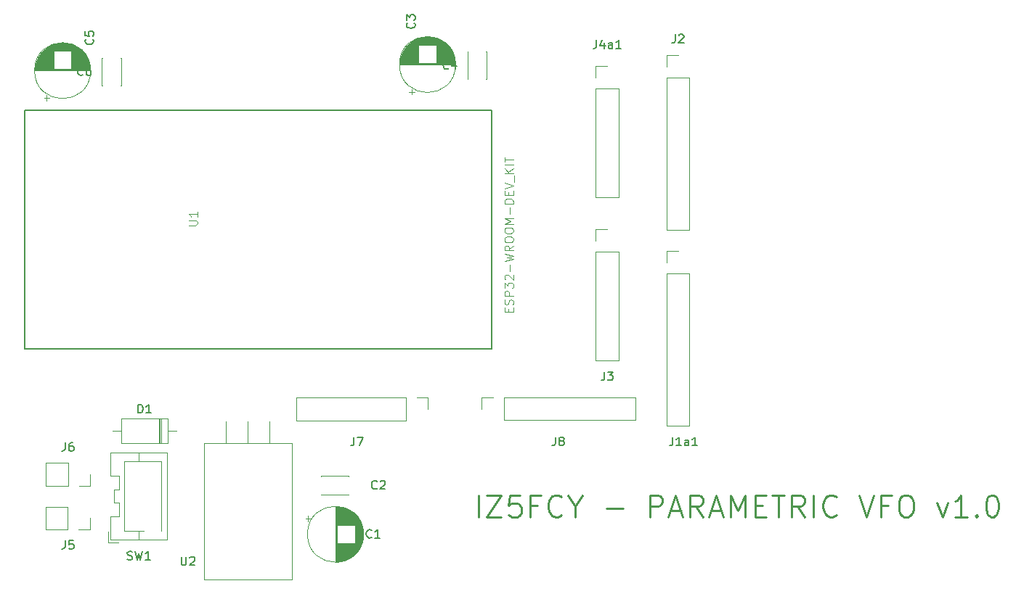
<source format=gbr>
%TF.GenerationSoftware,KiCad,Pcbnew,(6.0.5)*%
%TF.CreationDate,2022-11-30T16:24:04+01:00*%
%TF.ProjectId,Parametic VFO,50617261-6d65-4746-9963-2056464f2e6b,rev?*%
%TF.SameCoordinates,Original*%
%TF.FileFunction,Legend,Top*%
%TF.FilePolarity,Positive*%
%FSLAX46Y46*%
G04 Gerber Fmt 4.6, Leading zero omitted, Abs format (unit mm)*
G04 Created by KiCad (PCBNEW (6.0.5)) date 2022-11-30 16:24:04*
%MOMM*%
%LPD*%
G01*
G04 APERTURE LIST*
%ADD10C,0.254000*%
%ADD11C,0.150000*%
%ADD12C,0.050000*%
%ADD13C,0.120000*%
%ADD14C,0.127000*%
G04 APERTURE END LIST*
D10*
X136131904Y-104654047D02*
X136131904Y-102114047D01*
X137099523Y-102114047D02*
X138792857Y-102114047D01*
X137099523Y-104654047D01*
X138792857Y-104654047D01*
X140970000Y-102114047D02*
X139760476Y-102114047D01*
X139639523Y-103323571D01*
X139760476Y-103202619D01*
X140002380Y-103081666D01*
X140607142Y-103081666D01*
X140849047Y-103202619D01*
X140970000Y-103323571D01*
X141090952Y-103565476D01*
X141090952Y-104170238D01*
X140970000Y-104412142D01*
X140849047Y-104533095D01*
X140607142Y-104654047D01*
X140002380Y-104654047D01*
X139760476Y-104533095D01*
X139639523Y-104412142D01*
X143026190Y-103323571D02*
X142179523Y-103323571D01*
X142179523Y-104654047D02*
X142179523Y-102114047D01*
X143389047Y-102114047D01*
X145808095Y-104412142D02*
X145687142Y-104533095D01*
X145324285Y-104654047D01*
X145082380Y-104654047D01*
X144719523Y-104533095D01*
X144477619Y-104291190D01*
X144356666Y-104049285D01*
X144235714Y-103565476D01*
X144235714Y-103202619D01*
X144356666Y-102718809D01*
X144477619Y-102476904D01*
X144719523Y-102235000D01*
X145082380Y-102114047D01*
X145324285Y-102114047D01*
X145687142Y-102235000D01*
X145808095Y-102355952D01*
X147380476Y-103444523D02*
X147380476Y-104654047D01*
X146533809Y-102114047D02*
X147380476Y-103444523D01*
X148227142Y-102114047D01*
X151009047Y-103686428D02*
X152944285Y-103686428D01*
X156089047Y-104654047D02*
X156089047Y-102114047D01*
X157056666Y-102114047D01*
X157298571Y-102235000D01*
X157419523Y-102355952D01*
X157540476Y-102597857D01*
X157540476Y-102960714D01*
X157419523Y-103202619D01*
X157298571Y-103323571D01*
X157056666Y-103444523D01*
X156089047Y-103444523D01*
X158508095Y-103928333D02*
X159717619Y-103928333D01*
X158266190Y-104654047D02*
X159112857Y-102114047D01*
X159959523Y-104654047D01*
X162257619Y-104654047D02*
X161410952Y-103444523D01*
X160806190Y-104654047D02*
X160806190Y-102114047D01*
X161773809Y-102114047D01*
X162015714Y-102235000D01*
X162136666Y-102355952D01*
X162257619Y-102597857D01*
X162257619Y-102960714D01*
X162136666Y-103202619D01*
X162015714Y-103323571D01*
X161773809Y-103444523D01*
X160806190Y-103444523D01*
X163225238Y-103928333D02*
X164434761Y-103928333D01*
X162983333Y-104654047D02*
X163830000Y-102114047D01*
X164676666Y-104654047D01*
X165523333Y-104654047D02*
X165523333Y-102114047D01*
X166370000Y-103928333D01*
X167216666Y-102114047D01*
X167216666Y-104654047D01*
X168426190Y-103323571D02*
X169272857Y-103323571D01*
X169635714Y-104654047D02*
X168426190Y-104654047D01*
X168426190Y-102114047D01*
X169635714Y-102114047D01*
X170361428Y-102114047D02*
X171812857Y-102114047D01*
X171087142Y-104654047D02*
X171087142Y-102114047D01*
X174110952Y-104654047D02*
X173264285Y-103444523D01*
X172659523Y-104654047D02*
X172659523Y-102114047D01*
X173627142Y-102114047D01*
X173869047Y-102235000D01*
X173990000Y-102355952D01*
X174110952Y-102597857D01*
X174110952Y-102960714D01*
X173990000Y-103202619D01*
X173869047Y-103323571D01*
X173627142Y-103444523D01*
X172659523Y-103444523D01*
X175199523Y-104654047D02*
X175199523Y-102114047D01*
X177860476Y-104412142D02*
X177739523Y-104533095D01*
X177376666Y-104654047D01*
X177134761Y-104654047D01*
X176771904Y-104533095D01*
X176530000Y-104291190D01*
X176409047Y-104049285D01*
X176288095Y-103565476D01*
X176288095Y-103202619D01*
X176409047Y-102718809D01*
X176530000Y-102476904D01*
X176771904Y-102235000D01*
X177134761Y-102114047D01*
X177376666Y-102114047D01*
X177739523Y-102235000D01*
X177860476Y-102355952D01*
X180521428Y-102114047D02*
X181368095Y-104654047D01*
X182214761Y-102114047D01*
X183908095Y-103323571D02*
X183061428Y-103323571D01*
X183061428Y-104654047D02*
X183061428Y-102114047D01*
X184270952Y-102114047D01*
X185722380Y-102114047D02*
X186206190Y-102114047D01*
X186448095Y-102235000D01*
X186690000Y-102476904D01*
X186810952Y-102960714D01*
X186810952Y-103807380D01*
X186690000Y-104291190D01*
X186448095Y-104533095D01*
X186206190Y-104654047D01*
X185722380Y-104654047D01*
X185480476Y-104533095D01*
X185238571Y-104291190D01*
X185117619Y-103807380D01*
X185117619Y-102960714D01*
X185238571Y-102476904D01*
X185480476Y-102235000D01*
X185722380Y-102114047D01*
X189592857Y-102960714D02*
X190197619Y-104654047D01*
X190802380Y-102960714D01*
X193100476Y-104654047D02*
X191649047Y-104654047D01*
X192374761Y-104654047D02*
X192374761Y-102114047D01*
X192132857Y-102476904D01*
X191890952Y-102718809D01*
X191649047Y-102839761D01*
X194189047Y-104412142D02*
X194310000Y-104533095D01*
X194189047Y-104654047D01*
X194068095Y-104533095D01*
X194189047Y-104412142D01*
X194189047Y-104654047D01*
X195882380Y-102114047D02*
X196124285Y-102114047D01*
X196366190Y-102235000D01*
X196487142Y-102355952D01*
X196608095Y-102597857D01*
X196729047Y-103081666D01*
X196729047Y-103686428D01*
X196608095Y-104170238D01*
X196487142Y-104412142D01*
X196366190Y-104533095D01*
X196124285Y-104654047D01*
X195882380Y-104654047D01*
X195640476Y-104533095D01*
X195519523Y-104412142D01*
X195398571Y-104170238D01*
X195277619Y-103686428D01*
X195277619Y-103081666D01*
X195398571Y-102597857D01*
X195519523Y-102355952D01*
X195640476Y-102235000D01*
X195882380Y-102114047D01*
D11*
%TO.C,SW1*%
X95186666Y-109624761D02*
X95329523Y-109672380D01*
X95567619Y-109672380D01*
X95662857Y-109624761D01*
X95710476Y-109577142D01*
X95758095Y-109481904D01*
X95758095Y-109386666D01*
X95710476Y-109291428D01*
X95662857Y-109243809D01*
X95567619Y-109196190D01*
X95377142Y-109148571D01*
X95281904Y-109100952D01*
X95234285Y-109053333D01*
X95186666Y-108958095D01*
X95186666Y-108862857D01*
X95234285Y-108767619D01*
X95281904Y-108720000D01*
X95377142Y-108672380D01*
X95615238Y-108672380D01*
X95758095Y-108720000D01*
X96091428Y-108672380D02*
X96329523Y-109672380D01*
X96520000Y-108958095D01*
X96710476Y-109672380D01*
X96948571Y-108672380D01*
X97853333Y-109672380D02*
X97281904Y-109672380D01*
X97567619Y-109672380D02*
X97567619Y-108672380D01*
X97472380Y-108815238D01*
X97377142Y-108910476D01*
X97281904Y-108958095D01*
%TO.C,J5*%
X87931666Y-107402380D02*
X87931666Y-108116666D01*
X87884047Y-108259523D01*
X87788809Y-108354761D01*
X87645952Y-108402380D01*
X87550714Y-108402380D01*
X88884047Y-107402380D02*
X88407857Y-107402380D01*
X88360238Y-107878571D01*
X88407857Y-107830952D01*
X88503095Y-107783333D01*
X88741190Y-107783333D01*
X88836428Y-107830952D01*
X88884047Y-107878571D01*
X88931666Y-107973809D01*
X88931666Y-108211904D01*
X88884047Y-108307142D01*
X88836428Y-108354761D01*
X88741190Y-108402380D01*
X88503095Y-108402380D01*
X88407857Y-108354761D01*
X88360238Y-108307142D01*
%TO.C,C5*%
X91162142Y-48897846D02*
X91209761Y-48945465D01*
X91257380Y-49088322D01*
X91257380Y-49183560D01*
X91209761Y-49326418D01*
X91114523Y-49421656D01*
X91019285Y-49469275D01*
X90828809Y-49516894D01*
X90685952Y-49516894D01*
X90495476Y-49469275D01*
X90400238Y-49421656D01*
X90305000Y-49326418D01*
X90257380Y-49183560D01*
X90257380Y-49088322D01*
X90305000Y-48945465D01*
X90352619Y-48897846D01*
X90257380Y-47993084D02*
X90257380Y-48469275D01*
X90733571Y-48516894D01*
X90685952Y-48469275D01*
X90638333Y-48374037D01*
X90638333Y-48135941D01*
X90685952Y-48040703D01*
X90733571Y-47993084D01*
X90828809Y-47945465D01*
X91066904Y-47945465D01*
X91162142Y-47993084D01*
X91209761Y-48040703D01*
X91257380Y-48135941D01*
X91257380Y-48374037D01*
X91209761Y-48469275D01*
X91162142Y-48516894D01*
%TO.C,J3*%
X150796666Y-87717380D02*
X150796666Y-88431666D01*
X150749047Y-88574523D01*
X150653809Y-88669761D01*
X150510952Y-88717380D01*
X150415714Y-88717380D01*
X151177619Y-87717380D02*
X151796666Y-87717380D01*
X151463333Y-88098333D01*
X151606190Y-88098333D01*
X151701428Y-88145952D01*
X151749047Y-88193571D01*
X151796666Y-88288809D01*
X151796666Y-88526904D01*
X151749047Y-88622142D01*
X151701428Y-88669761D01*
X151606190Y-88717380D01*
X151320476Y-88717380D01*
X151225238Y-88669761D01*
X151177619Y-88622142D01*
%TO.C,C4*%
X132599133Y-52274732D02*
X132551514Y-52322351D01*
X132408657Y-52369970D01*
X132313419Y-52369970D01*
X132170561Y-52322351D01*
X132075323Y-52227113D01*
X132027704Y-52131875D01*
X131980085Y-51941399D01*
X131980085Y-51798542D01*
X132027704Y-51608066D01*
X132075323Y-51512828D01*
X132170561Y-51417590D01*
X132313419Y-51369970D01*
X132408657Y-51369970D01*
X132551514Y-51417590D01*
X132599133Y-51465209D01*
X133456276Y-51703304D02*
X133456276Y-52369970D01*
X133218180Y-51322351D02*
X132980085Y-52036637D01*
X133599133Y-52036637D01*
%TO.C,C3*%
X128627142Y-47004276D02*
X128674761Y-47051895D01*
X128722380Y-47194752D01*
X128722380Y-47289990D01*
X128674761Y-47432848D01*
X128579523Y-47528086D01*
X128484285Y-47575705D01*
X128293809Y-47623324D01*
X128150952Y-47623324D01*
X127960476Y-47575705D01*
X127865238Y-47528086D01*
X127770000Y-47432848D01*
X127722380Y-47289990D01*
X127722380Y-47194752D01*
X127770000Y-47051895D01*
X127817619Y-47004276D01*
X127722380Y-46670943D02*
X127722380Y-46051895D01*
X128103333Y-46385229D01*
X128103333Y-46242371D01*
X128150952Y-46147133D01*
X128198571Y-46099514D01*
X128293809Y-46051895D01*
X128531904Y-46051895D01*
X128627142Y-46099514D01*
X128674761Y-46147133D01*
X128722380Y-46242371D01*
X128722380Y-46528086D01*
X128674761Y-46623324D01*
X128627142Y-46670943D01*
%TO.C,J6*%
X87931666Y-95972380D02*
X87931666Y-96686666D01*
X87884047Y-96829523D01*
X87788809Y-96924761D01*
X87645952Y-96972380D01*
X87550714Y-96972380D01*
X88836428Y-95972380D02*
X88645952Y-95972380D01*
X88550714Y-96020000D01*
X88503095Y-96067619D01*
X88407857Y-96210476D01*
X88360238Y-96400952D01*
X88360238Y-96781904D01*
X88407857Y-96877142D01*
X88455476Y-96924761D01*
X88550714Y-96972380D01*
X88741190Y-96972380D01*
X88836428Y-96924761D01*
X88884047Y-96877142D01*
X88931666Y-96781904D01*
X88931666Y-96543809D01*
X88884047Y-96448571D01*
X88836428Y-96400952D01*
X88741190Y-96353333D01*
X88550714Y-96353333D01*
X88455476Y-96400952D01*
X88407857Y-96448571D01*
X88360238Y-96543809D01*
D12*
%TO.C,U1*%
X102322167Y-70612201D02*
X103132006Y-70612201D01*
X103227282Y-70564564D01*
X103274919Y-70516926D01*
X103322557Y-70421651D01*
X103322557Y-70231100D01*
X103274919Y-70135825D01*
X103227282Y-70088188D01*
X103132006Y-70040550D01*
X102322167Y-70040550D01*
X103322557Y-69040160D02*
X103322557Y-69611811D01*
X103322557Y-69325986D02*
X102322167Y-69325986D01*
X102465080Y-69421261D01*
X102560355Y-69516536D01*
X102607993Y-69611811D01*
X139628496Y-80716780D02*
X139628496Y-80383097D01*
X140152855Y-80240090D02*
X140152855Y-80716780D01*
X139151805Y-80716780D01*
X139151805Y-80240090D01*
X140105186Y-79858738D02*
X140152855Y-79715730D01*
X140152855Y-79477385D01*
X140105186Y-79382047D01*
X140057517Y-79334378D01*
X139962179Y-79286709D01*
X139866841Y-79286709D01*
X139771503Y-79334378D01*
X139723834Y-79382047D01*
X139676165Y-79477385D01*
X139628496Y-79668061D01*
X139580827Y-79763400D01*
X139533158Y-79811069D01*
X139437820Y-79858738D01*
X139342482Y-79858738D01*
X139247144Y-79811069D01*
X139199475Y-79763400D01*
X139151805Y-79668061D01*
X139151805Y-79429716D01*
X139199475Y-79286709D01*
X140152855Y-78857688D02*
X139151805Y-78857688D01*
X139151805Y-78476335D01*
X139199475Y-78380997D01*
X139247144Y-78333328D01*
X139342482Y-78285659D01*
X139485489Y-78285659D01*
X139580827Y-78333328D01*
X139628496Y-78380997D01*
X139676165Y-78476335D01*
X139676165Y-78857688D01*
X139151805Y-77951976D02*
X139151805Y-77332278D01*
X139533158Y-77665961D01*
X139533158Y-77522954D01*
X139580827Y-77427616D01*
X139628496Y-77379947D01*
X139723834Y-77332278D01*
X139962179Y-77332278D01*
X140057517Y-77379947D01*
X140105186Y-77427616D01*
X140152855Y-77522954D01*
X140152855Y-77808969D01*
X140105186Y-77904307D01*
X140057517Y-77951976D01*
X139247144Y-76950926D02*
X139199475Y-76903257D01*
X139151805Y-76807919D01*
X139151805Y-76569573D01*
X139199475Y-76474235D01*
X139247144Y-76426566D01*
X139342482Y-76378897D01*
X139437820Y-76378897D01*
X139580827Y-76426566D01*
X140152855Y-76998595D01*
X140152855Y-76378897D01*
X139771503Y-75949876D02*
X139771503Y-75187171D01*
X139151805Y-74805819D02*
X140152855Y-74567473D01*
X139437820Y-74376797D01*
X140152855Y-74186121D01*
X139151805Y-73947776D01*
X140152855Y-72994395D02*
X139676165Y-73328078D01*
X140152855Y-73566423D02*
X139151805Y-73566423D01*
X139151805Y-73185071D01*
X139199475Y-73089733D01*
X139247144Y-73042064D01*
X139342482Y-72994395D01*
X139485489Y-72994395D01*
X139580827Y-73042064D01*
X139628496Y-73089733D01*
X139676165Y-73185071D01*
X139676165Y-73566423D01*
X139151805Y-72374697D02*
X139151805Y-72184021D01*
X139199475Y-72088683D01*
X139294813Y-71993345D01*
X139485489Y-71945676D01*
X139819172Y-71945676D01*
X140009848Y-71993345D01*
X140105186Y-72088683D01*
X140152855Y-72184021D01*
X140152855Y-72374697D01*
X140105186Y-72470035D01*
X140009848Y-72565373D01*
X139819172Y-72613042D01*
X139485489Y-72613042D01*
X139294813Y-72565373D01*
X139199475Y-72470035D01*
X139151805Y-72374697D01*
X139151805Y-71325978D02*
X139151805Y-71135302D01*
X139199475Y-71039964D01*
X139294813Y-70944626D01*
X139485489Y-70896957D01*
X139819172Y-70896957D01*
X140009848Y-70944626D01*
X140105186Y-71039964D01*
X140152855Y-71135302D01*
X140152855Y-71325978D01*
X140105186Y-71421316D01*
X140009848Y-71516654D01*
X139819172Y-71564323D01*
X139485489Y-71564323D01*
X139294813Y-71516654D01*
X139199475Y-71421316D01*
X139151805Y-71325978D01*
X140152855Y-70467935D02*
X139151805Y-70467935D01*
X139866841Y-70134252D01*
X139151805Y-69800569D01*
X140152855Y-69800569D01*
X139771503Y-69323878D02*
X139771503Y-68561173D01*
X140152855Y-68084483D02*
X139151805Y-68084483D01*
X139151805Y-67846138D01*
X139199475Y-67703130D01*
X139294813Y-67607792D01*
X139390151Y-67560123D01*
X139580827Y-67512454D01*
X139723834Y-67512454D01*
X139914510Y-67560123D01*
X140009848Y-67607792D01*
X140105186Y-67703130D01*
X140152855Y-67846138D01*
X140152855Y-68084483D01*
X139628496Y-67083433D02*
X139628496Y-66749750D01*
X140152855Y-66606742D02*
X140152855Y-67083433D01*
X139151805Y-67083433D01*
X139151805Y-66606742D01*
X139151805Y-66320728D02*
X140152855Y-65987045D01*
X139151805Y-65653361D01*
X140248194Y-65558023D02*
X140248194Y-64795319D01*
X140152855Y-64556973D02*
X139151805Y-64556973D01*
X140152855Y-63984945D02*
X139580827Y-64413966D01*
X139151805Y-63984945D02*
X139723834Y-64556973D01*
X140152855Y-63555923D02*
X139151805Y-63555923D01*
X139151805Y-63222240D02*
X139151805Y-62650211D01*
X140152855Y-62936226D02*
X139151805Y-62936226D01*
D11*
%TO.C,J1a1*%
X158758095Y-95337380D02*
X158758095Y-96051666D01*
X158710476Y-96194523D01*
X158615238Y-96289761D01*
X158472380Y-96337380D01*
X158377142Y-96337380D01*
X159758095Y-96337380D02*
X159186666Y-96337380D01*
X159472380Y-96337380D02*
X159472380Y-95337380D01*
X159377142Y-95480238D01*
X159281904Y-95575476D01*
X159186666Y-95623095D01*
X160615238Y-96337380D02*
X160615238Y-95813571D01*
X160567619Y-95718333D01*
X160472380Y-95670714D01*
X160281904Y-95670714D01*
X160186666Y-95718333D01*
X160615238Y-96289761D02*
X160520000Y-96337380D01*
X160281904Y-96337380D01*
X160186666Y-96289761D01*
X160139047Y-96194523D01*
X160139047Y-96099285D01*
X160186666Y-96004047D01*
X160281904Y-95956428D01*
X160520000Y-95956428D01*
X160615238Y-95908809D01*
X161615238Y-96337380D02*
X161043809Y-96337380D01*
X161329523Y-96337380D02*
X161329523Y-95337380D01*
X161234285Y-95480238D01*
X161139047Y-95575476D01*
X161043809Y-95623095D01*
%TO.C,U2*%
X101473095Y-109307376D02*
X101473095Y-110116900D01*
X101520714Y-110212138D01*
X101568333Y-110259757D01*
X101663571Y-110307376D01*
X101854047Y-110307376D01*
X101949285Y-110259757D01*
X101996904Y-110212138D01*
X102044523Y-110116900D01*
X102044523Y-109307376D01*
X102473095Y-109402615D02*
X102520714Y-109354996D01*
X102615952Y-109307376D01*
X102854047Y-109307376D01*
X102949285Y-109354996D01*
X102996904Y-109402615D01*
X103044523Y-109497853D01*
X103044523Y-109593091D01*
X102996904Y-109735948D01*
X102425476Y-110307376D01*
X103044523Y-110307376D01*
%TO.C,C2*%
X124293333Y-101322142D02*
X124245714Y-101369761D01*
X124102857Y-101417380D01*
X124007619Y-101417380D01*
X123864761Y-101369761D01*
X123769523Y-101274523D01*
X123721904Y-101179285D01*
X123674285Y-100988809D01*
X123674285Y-100845952D01*
X123721904Y-100655476D01*
X123769523Y-100560238D01*
X123864761Y-100465000D01*
X124007619Y-100417380D01*
X124102857Y-100417380D01*
X124245714Y-100465000D01*
X124293333Y-100512619D01*
X124674285Y-100512619D02*
X124721904Y-100465000D01*
X124817142Y-100417380D01*
X125055238Y-100417380D01*
X125150476Y-100465000D01*
X125198095Y-100512619D01*
X125245714Y-100607857D01*
X125245714Y-100703095D01*
X125198095Y-100845952D01*
X124626666Y-101417380D01*
X125245714Y-101417380D01*
%TO.C,J2*%
X159051666Y-48332383D02*
X159051666Y-49046669D01*
X159004047Y-49189526D01*
X158908809Y-49284764D01*
X158765952Y-49332383D01*
X158670714Y-49332383D01*
X159480238Y-48427622D02*
X159527857Y-48380003D01*
X159623095Y-48332383D01*
X159861190Y-48332383D01*
X159956428Y-48380003D01*
X160004047Y-48427622D01*
X160051666Y-48522860D01*
X160051666Y-48618098D01*
X160004047Y-48760955D01*
X159432619Y-49332383D01*
X160051666Y-49332383D01*
%TO.C,J7*%
X121586666Y-95337380D02*
X121586666Y-96051666D01*
X121539047Y-96194523D01*
X121443809Y-96289761D01*
X121300952Y-96337380D01*
X121205714Y-96337380D01*
X121967619Y-95337380D02*
X122634285Y-95337380D01*
X122205714Y-96337380D01*
%TO.C,C6*%
X90003333Y-53031332D02*
X89955714Y-53078951D01*
X89812857Y-53126570D01*
X89717619Y-53126570D01*
X89574761Y-53078951D01*
X89479523Y-52983713D01*
X89431904Y-52888475D01*
X89384285Y-52697999D01*
X89384285Y-52555142D01*
X89431904Y-52364666D01*
X89479523Y-52269428D01*
X89574761Y-52174190D01*
X89717619Y-52126570D01*
X89812857Y-52126570D01*
X89955714Y-52174190D01*
X90003333Y-52221809D01*
X90860476Y-52126570D02*
X90670000Y-52126570D01*
X90574761Y-52174190D01*
X90527142Y-52221809D01*
X90431904Y-52364666D01*
X90384285Y-52555142D01*
X90384285Y-52936094D01*
X90431904Y-53031332D01*
X90479523Y-53078951D01*
X90574761Y-53126570D01*
X90765238Y-53126570D01*
X90860476Y-53078951D01*
X90908095Y-53031332D01*
X90955714Y-52936094D01*
X90955714Y-52697999D01*
X90908095Y-52602761D01*
X90860476Y-52555142D01*
X90765238Y-52507523D01*
X90574761Y-52507523D01*
X90479523Y-52555142D01*
X90431904Y-52602761D01*
X90384285Y-52697999D01*
%TO.C,J8*%
X145081666Y-95337380D02*
X145081666Y-96051666D01*
X145034047Y-96194523D01*
X144938809Y-96289761D01*
X144795952Y-96337380D01*
X144700714Y-96337380D01*
X145700714Y-95765952D02*
X145605476Y-95718333D01*
X145557857Y-95670714D01*
X145510238Y-95575476D01*
X145510238Y-95527857D01*
X145557857Y-95432619D01*
X145605476Y-95385000D01*
X145700714Y-95337380D01*
X145891190Y-95337380D01*
X145986428Y-95385000D01*
X146034047Y-95432619D01*
X146081666Y-95527857D01*
X146081666Y-95575476D01*
X146034047Y-95670714D01*
X145986428Y-95718333D01*
X145891190Y-95765952D01*
X145700714Y-95765952D01*
X145605476Y-95813571D01*
X145557857Y-95861190D01*
X145510238Y-95956428D01*
X145510238Y-96146904D01*
X145557857Y-96242142D01*
X145605476Y-96289761D01*
X145700714Y-96337380D01*
X145891190Y-96337380D01*
X145986428Y-96289761D01*
X146034047Y-96242142D01*
X146081666Y-96146904D01*
X146081666Y-95956428D01*
X146034047Y-95861190D01*
X145986428Y-95813571D01*
X145891190Y-95765952D01*
%TO.C,D1*%
X96416904Y-92527380D02*
X96416904Y-91527380D01*
X96655000Y-91527380D01*
X96797857Y-91575000D01*
X96893095Y-91670238D01*
X96940714Y-91765476D01*
X96988333Y-91955952D01*
X96988333Y-92098809D01*
X96940714Y-92289285D01*
X96893095Y-92384523D01*
X96797857Y-92479761D01*
X96655000Y-92527380D01*
X96416904Y-92527380D01*
X97940714Y-92527380D02*
X97369285Y-92527380D01*
X97655000Y-92527380D02*
X97655000Y-91527380D01*
X97559761Y-91670238D01*
X97464523Y-91765476D01*
X97369285Y-91813095D01*
%TO.C,J4a1*%
X149868095Y-48982380D02*
X149868095Y-49696666D01*
X149820476Y-49839523D01*
X149725238Y-49934761D01*
X149582380Y-49982380D01*
X149487142Y-49982380D01*
X150772857Y-49315714D02*
X150772857Y-49982380D01*
X150534761Y-48934761D02*
X150296666Y-49649047D01*
X150915714Y-49649047D01*
X151725238Y-49982380D02*
X151725238Y-49458571D01*
X151677619Y-49363333D01*
X151582380Y-49315714D01*
X151391904Y-49315714D01*
X151296666Y-49363333D01*
X151725238Y-49934761D02*
X151630000Y-49982380D01*
X151391904Y-49982380D01*
X151296666Y-49934761D01*
X151249047Y-49839523D01*
X151249047Y-49744285D01*
X151296666Y-49649047D01*
X151391904Y-49601428D01*
X151630000Y-49601428D01*
X151725238Y-49553809D01*
X152725238Y-49982380D02*
X152153809Y-49982380D01*
X152439523Y-49982380D02*
X152439523Y-48982380D01*
X152344285Y-49125238D01*
X152249047Y-49220476D01*
X152153809Y-49268095D01*
%TO.C,C1*%
X123658333Y-107037142D02*
X123610714Y-107084761D01*
X123467857Y-107132380D01*
X123372619Y-107132380D01*
X123229761Y-107084761D01*
X123134523Y-106989523D01*
X123086904Y-106894285D01*
X123039285Y-106703809D01*
X123039285Y-106560952D01*
X123086904Y-106370476D01*
X123134523Y-106275238D01*
X123229761Y-106180000D01*
X123372619Y-106132380D01*
X123467857Y-106132380D01*
X123610714Y-106180000D01*
X123658333Y-106227619D01*
X124610714Y-107132380D02*
X124039285Y-107132380D01*
X124325000Y-107132380D02*
X124325000Y-106132380D01*
X124229761Y-106275238D01*
X124134523Y-106370476D01*
X124039285Y-106418095D01*
D13*
%TO.C,SW1*%
X93210000Y-99834995D02*
X94210000Y-99834995D01*
X96520000Y-97124995D02*
X96520000Y-98134995D01*
X99830000Y-97124995D02*
X93210000Y-97124995D01*
X94210000Y-101434995D02*
X93610000Y-101434995D01*
X93610000Y-101434995D02*
X93610000Y-103034995D01*
X94210000Y-103034995D02*
X94210000Y-104634995D01*
X94210000Y-104634995D02*
X93210000Y-104634995D01*
X99120000Y-98134995D02*
X99120000Y-106334995D01*
X93210000Y-104634995D02*
X93210000Y-107344995D01*
X94820000Y-98134995D02*
X99120000Y-98134995D01*
X99830000Y-107344995D02*
X99830000Y-97124995D01*
X97120000Y-106334995D02*
X94820000Y-106334995D01*
X93610000Y-103034995D02*
X94210000Y-103034995D01*
X93210000Y-97124995D02*
X93210000Y-99834995D01*
X92910000Y-107644995D02*
X94160000Y-107644995D01*
X92910000Y-106394995D02*
X92910000Y-107644995D01*
X93210000Y-107344995D02*
X99830000Y-107344995D01*
X96520000Y-107344995D02*
X96520000Y-106334995D01*
X94210000Y-99834995D02*
X94210000Y-101434995D01*
X94820000Y-106334995D02*
X94820000Y-98134995D01*
%TO.C,J5*%
X88245010Y-103469994D02*
X88245010Y-106129994D01*
X90845010Y-106129994D02*
X89515010Y-106129994D01*
X88245010Y-103469994D02*
X85645010Y-103469994D01*
X85645010Y-103469994D02*
X85645010Y-106129994D01*
X88245010Y-106129994D02*
X85645010Y-106129994D01*
X90845010Y-104799994D02*
X90845010Y-106129994D01*
%TO.C,C5*%
X88670000Y-51760180D02*
X90761000Y-51760180D01*
X88670000Y-51921180D02*
X90797000Y-51921180D01*
X88670000Y-50600180D02*
X90208000Y-50600180D01*
X88670000Y-51680180D02*
X90740000Y-51680180D01*
X88670000Y-51640180D02*
X90728000Y-51640180D01*
X84556000Y-51560180D02*
X86590000Y-51560180D01*
X88670000Y-51840180D02*
X90780000Y-51840180D01*
X88670000Y-50640180D02*
X90237000Y-50640180D01*
X88670000Y-50520180D02*
X90146000Y-50520180D01*
X85180000Y-50440180D02*
X86590000Y-50440180D01*
X84678000Y-51240180D02*
X86590000Y-51240180D01*
X84463000Y-51921180D02*
X86590000Y-51921180D01*
X88670000Y-50800180D02*
X90346000Y-50800180D01*
X84583000Y-51480180D02*
X86590000Y-51480180D01*
X84520000Y-51680180D02*
X86590000Y-51680180D01*
X88670000Y-51120180D02*
X90526000Y-51120180D01*
X84774000Y-51040180D02*
X86590000Y-51040180D01*
X84597000Y-51440180D02*
X86590000Y-51440180D01*
X86121000Y-49680180D02*
X89139000Y-49680180D01*
X84754000Y-51080180D02*
X86590000Y-51080180D01*
X88670000Y-50400180D02*
X90046000Y-50400180D01*
X85448000Y-50160180D02*
X89812000Y-50160180D01*
X88670000Y-52241180D02*
X90845000Y-52241180D01*
X86368000Y-49560180D02*
X88892000Y-49560180D01*
X88670000Y-51720180D02*
X90751000Y-51720180D01*
X84940000Y-50760180D02*
X86590000Y-50760180D01*
X85796000Y-49880180D02*
X89464000Y-49880180D01*
X84489000Y-51800180D02*
X86590000Y-51800180D01*
X85538000Y-50080180D02*
X89722000Y-50080180D01*
X88670000Y-50560180D02*
X90178000Y-50560180D01*
X85287000Y-50320180D02*
X86590000Y-50320180D01*
X84408000Y-52321180D02*
X86590000Y-52321180D01*
X84644000Y-51320180D02*
X86590000Y-51320180D01*
X85916000Y-49800180D02*
X89344000Y-49800180D01*
X84412000Y-52281180D02*
X86590000Y-52281180D01*
X84448000Y-52001180D02*
X86590000Y-52001180D01*
X87228000Y-49320180D02*
X88032000Y-49320180D01*
X86465000Y-49520180D02*
X88795000Y-49520180D01*
X85052000Y-50600180D02*
X86590000Y-50600180D01*
X85635000Y-50000180D02*
X89625000Y-50000180D01*
X84544000Y-51600180D02*
X86590000Y-51600180D01*
X86280000Y-49600180D02*
X88980000Y-49600180D01*
X84441000Y-52041180D02*
X86590000Y-52041180D01*
X88670000Y-51040180D02*
X90486000Y-51040180D01*
X84400000Y-52561180D02*
X90860000Y-52561180D01*
X85082000Y-50560180D02*
X86590000Y-50560180D01*
X84569000Y-51520180D02*
X86590000Y-51520180D01*
X84532000Y-51640180D02*
X86590000Y-51640180D01*
X84429000Y-52121180D02*
X86590000Y-52121180D01*
X88670000Y-50920180D02*
X90420000Y-50920180D01*
X88670000Y-50880180D02*
X90396000Y-50880180D01*
X84660000Y-51280180D02*
X86590000Y-51280180D01*
X85586000Y-50040180D02*
X89674000Y-50040180D01*
X84888000Y-50840180D02*
X86590000Y-50840180D01*
X84628000Y-51360180D02*
X86590000Y-51360180D01*
X88670000Y-51440180D02*
X90663000Y-51440180D01*
X84696000Y-51200180D02*
X86590000Y-51200180D01*
X88670000Y-51320180D02*
X90616000Y-51320180D01*
X85980000Y-49760180D02*
X89280000Y-49760180D01*
X88670000Y-50360180D02*
X90010000Y-50360180D01*
X88670000Y-51280180D02*
X90600000Y-51280180D01*
X88670000Y-50960180D02*
X90442000Y-50960180D01*
X84818000Y-50960180D02*
X86590000Y-50960180D01*
X84424000Y-52161180D02*
X86590000Y-52161180D01*
X88670000Y-52281180D02*
X90848000Y-52281180D01*
X88670000Y-52081180D02*
X90825000Y-52081180D01*
X88670000Y-51480180D02*
X90677000Y-51480180D01*
X84471000Y-51881180D02*
X86590000Y-51881180D01*
X85214000Y-50400180D02*
X86590000Y-50400180D01*
X85740000Y-49920180D02*
X89520000Y-49920180D01*
X88670000Y-51360180D02*
X90632000Y-51360180D01*
X88670000Y-51520180D02*
X90691000Y-51520180D01*
X88670000Y-51961180D02*
X90805000Y-51961180D01*
X88670000Y-51560180D02*
X90704000Y-51560180D01*
X88670000Y-50840180D02*
X90372000Y-50840180D01*
X84914000Y-50800180D02*
X86590000Y-50800180D01*
X85493000Y-50120180D02*
X89767000Y-50120180D01*
X88670000Y-52041180D02*
X90819000Y-52041180D01*
X84415000Y-52241180D02*
X86590000Y-52241180D01*
X88670000Y-51600180D02*
X90716000Y-51600180D01*
X85146000Y-50480180D02*
X86590000Y-50480180D01*
X84406000Y-52361180D02*
X90854000Y-52361180D01*
X85854000Y-49840180D02*
X89406000Y-49840180D01*
X84402000Y-52441180D02*
X90858000Y-52441180D01*
X88670000Y-51800180D02*
X90771000Y-51800180D01*
X85476000Y-55746421D02*
X86106000Y-55746421D01*
X84994000Y-50680180D02*
X86590000Y-50680180D01*
X88670000Y-51200180D02*
X90564000Y-51200180D01*
X88670000Y-50760180D02*
X90320000Y-50760180D01*
X88670000Y-50320180D02*
X89973000Y-50320180D01*
X88670000Y-51000180D02*
X90464000Y-51000180D01*
X86997000Y-49360180D02*
X88263000Y-49360180D01*
X88670000Y-50280180D02*
X89935000Y-50280180D01*
X84840000Y-50920180D02*
X86590000Y-50920180D01*
X86690000Y-49440180D02*
X88570000Y-49440180D01*
X84966000Y-50720180D02*
X86590000Y-50720180D01*
X86828000Y-49400180D02*
X88432000Y-49400180D01*
X88670000Y-51400180D02*
X90648000Y-51400180D01*
X88670000Y-51160180D02*
X90546000Y-51160180D01*
X85791000Y-56061421D02*
X85791000Y-55431421D01*
X88670000Y-51240180D02*
X90582000Y-51240180D01*
X84796000Y-51000180D02*
X86590000Y-51000180D01*
X88670000Y-52121180D02*
X90831000Y-52121180D01*
X84403000Y-52401180D02*
X90857000Y-52401180D01*
X88670000Y-52201180D02*
X90841000Y-52201180D01*
X85686000Y-49960180D02*
X89574000Y-49960180D01*
X88670000Y-52161180D02*
X90836000Y-52161180D01*
X84714000Y-51160180D02*
X86590000Y-51160180D01*
X84864000Y-50880180D02*
X86590000Y-50880180D01*
X84400000Y-52521180D02*
X90860000Y-52521180D01*
X85114000Y-50520180D02*
X86590000Y-50520180D01*
X84499000Y-51760180D02*
X86590000Y-51760180D01*
X88670000Y-52321180D02*
X90852000Y-52321180D01*
X84612000Y-51400180D02*
X86590000Y-51400180D01*
X88670000Y-50480180D02*
X90114000Y-50480180D01*
X85325000Y-50280180D02*
X86590000Y-50280180D01*
X86198000Y-49640180D02*
X89062000Y-49640180D01*
X84455000Y-51961180D02*
X86590000Y-51961180D01*
X88670000Y-51881180D02*
X90789000Y-51881180D01*
X86571000Y-49480180D02*
X88689000Y-49480180D01*
X84435000Y-52081180D02*
X86590000Y-52081180D01*
X85406000Y-50200180D02*
X89854000Y-50200180D01*
X84734000Y-51120180D02*
X86590000Y-51120180D01*
X88670000Y-50440180D02*
X90080000Y-50440180D01*
X85023000Y-50640180D02*
X86590000Y-50640180D01*
X84480000Y-51840180D02*
X86590000Y-51840180D01*
X88670000Y-51080180D02*
X90506000Y-51080180D01*
X85250000Y-50360180D02*
X86590000Y-50360180D01*
X86049000Y-49720180D02*
X89211000Y-49720180D01*
X85365000Y-50240180D02*
X89895000Y-50240180D01*
X88670000Y-50680180D02*
X90266000Y-50680180D01*
X88670000Y-52001180D02*
X90812000Y-52001180D01*
X88670000Y-50720180D02*
X90294000Y-50720180D01*
X84419000Y-52201180D02*
X86590000Y-52201180D01*
X84400000Y-52481180D02*
X90860000Y-52481180D01*
X84509000Y-51720180D02*
X86590000Y-51720180D01*
X90900000Y-52561180D02*
G75*
G03*
X90900000Y-52561180I-3270000J0D01*
G01*
%TO.C,J3*%
X149800000Y-86420000D02*
X152460000Y-86420000D01*
X149800000Y-72390000D02*
X149800000Y-71060000D01*
X152460000Y-73660000D02*
X152460000Y-86420000D01*
X149800000Y-73660000D02*
X152460000Y-73660000D01*
X149800000Y-71060000D02*
X151130000Y-71060000D01*
X149800000Y-73660000D02*
X149800000Y-86420000D01*
%TO.C,C4*%
X136995800Y-50297600D02*
X137060800Y-50297600D01*
X134820800Y-50297600D02*
X134885800Y-50297600D01*
X137060800Y-53537600D02*
X137060800Y-50297600D01*
X134820800Y-53537600D02*
X134820800Y-50297600D01*
X136995800Y-53537600D02*
X137060800Y-53537600D01*
X134820800Y-53537600D02*
X134885800Y-53537600D01*
%TO.C,C3*%
X127409000Y-50168980D02*
X129135000Y-50168980D01*
X127725000Y-49728980D02*
X129135000Y-49728980D01*
X126986000Y-51329980D02*
X129135000Y-51329980D01*
X127951000Y-49488980D02*
X132399000Y-49488980D01*
X131215000Y-50608980D02*
X133161000Y-50608980D01*
X131215000Y-51088980D02*
X133316000Y-51088980D01*
X131215000Y-50448980D02*
X133091000Y-50448980D01*
X127795000Y-49648980D02*
X129135000Y-49648980D01*
X127433000Y-50128980D02*
X129135000Y-50128980D01*
X128525000Y-49048980D02*
X131825000Y-49048980D01*
X131215000Y-50888980D02*
X133261000Y-50888980D01*
X131215000Y-49968980D02*
X132811000Y-49968980D01*
X128083000Y-49368980D02*
X132267000Y-49368980D01*
X131215000Y-50088980D02*
X132891000Y-50088980D01*
X131215000Y-51409980D02*
X133376000Y-51409980D01*
X127173000Y-50648980D02*
X129135000Y-50648980D01*
X127016000Y-51169980D02*
X129135000Y-51169980D01*
X127627000Y-49848980D02*
X129135000Y-49848980D01*
X131215000Y-50928980D02*
X133273000Y-50928980D01*
X128913000Y-48848980D02*
X131437000Y-48848980D01*
X127659000Y-49808980D02*
X129135000Y-49808980D01*
X129773000Y-48608980D02*
X130577000Y-48608980D01*
X127759000Y-49688980D02*
X129135000Y-49688980D01*
X127341000Y-50288980D02*
X129135000Y-50288980D01*
X126945000Y-51809980D02*
X133405000Y-51809980D01*
X126980000Y-51369980D02*
X129135000Y-51369980D01*
X127832000Y-49608980D02*
X129135000Y-49608980D01*
X131215000Y-50248980D02*
X132987000Y-50248980D01*
X127077000Y-50928980D02*
X129135000Y-50928980D01*
X127993000Y-49448980D02*
X132357000Y-49448980D01*
X127025000Y-51128980D02*
X129135000Y-51128980D01*
X131215000Y-51529980D02*
X133390000Y-51529980D01*
X131215000Y-51209980D02*
X133342000Y-51209980D01*
X131215000Y-51289980D02*
X133357000Y-51289980D01*
X131215000Y-50368980D02*
X133051000Y-50368980D01*
X127114000Y-50808980D02*
X129135000Y-50808980D01*
X128666000Y-48968980D02*
X131684000Y-48968980D01*
X126974000Y-51409980D02*
X129135000Y-51409980D01*
X131215000Y-51329980D02*
X133364000Y-51329980D01*
X127279000Y-50408980D02*
X129135000Y-50408980D01*
X127034000Y-51088980D02*
X129135000Y-51088980D01*
X127241000Y-50488980D02*
X129135000Y-50488980D01*
X131215000Y-51609980D02*
X133397000Y-51609980D01*
X131215000Y-51169980D02*
X133334000Y-51169980D01*
X126945000Y-51849980D02*
X133405000Y-51849980D01*
X131215000Y-50968980D02*
X133285000Y-50968980D01*
X128825000Y-48888980D02*
X131525000Y-48888980D01*
X127223000Y-50528980D02*
X129135000Y-50528980D01*
X131215000Y-49888980D02*
X132753000Y-49888980D01*
X129373000Y-48688980D02*
X130977000Y-48688980D01*
X126993000Y-51289980D02*
X129135000Y-51289980D01*
X131215000Y-51249980D02*
X133350000Y-51249980D01*
X131215000Y-50768980D02*
X133222000Y-50768980D01*
X126951000Y-51649980D02*
X133399000Y-51649980D01*
X131215000Y-50008980D02*
X132839000Y-50008980D01*
X127205000Y-50568980D02*
X129135000Y-50568980D01*
X131215000Y-49608980D02*
X132518000Y-49608980D01*
X131215000Y-49768980D02*
X132659000Y-49768980D01*
X127008000Y-51209980D02*
X129135000Y-51209980D01*
X126945000Y-51769980D02*
X133405000Y-51769980D01*
X131215000Y-49848980D02*
X132723000Y-49848980D01*
X128341000Y-49168980D02*
X132009000Y-49168980D01*
X128461000Y-49088980D02*
X131889000Y-49088980D01*
X127691000Y-49768980D02*
X129135000Y-49768980D01*
X131215000Y-51569980D02*
X133393000Y-51569980D01*
X127142000Y-50728980D02*
X129135000Y-50728980D01*
X131215000Y-51449980D02*
X133381000Y-51449980D01*
X126953000Y-51609980D02*
X129135000Y-51609980D01*
X127044000Y-51048980D02*
X129135000Y-51048980D01*
X126964000Y-51489980D02*
X129135000Y-51489980D01*
X126948000Y-51689980D02*
X133402000Y-51689980D01*
X127299000Y-50368980D02*
X129135000Y-50368980D01*
X127597000Y-49888980D02*
X129135000Y-49888980D01*
X127363000Y-50248980D02*
X129135000Y-50248980D01*
X131215000Y-51489980D02*
X133386000Y-51489980D01*
X127511000Y-50008980D02*
X129135000Y-50008980D01*
X127054000Y-51008980D02*
X129135000Y-51008980D01*
X131215000Y-50648980D02*
X133177000Y-50648980D01*
X131215000Y-50408980D02*
X133071000Y-50408980D01*
X127385000Y-50208980D02*
X129135000Y-50208980D01*
X128743000Y-48928980D02*
X131607000Y-48928980D01*
X131215000Y-50688980D02*
X133193000Y-50688980D01*
X131215000Y-50808980D02*
X133236000Y-50808980D01*
X131215000Y-49728980D02*
X132625000Y-49728980D01*
X131215000Y-51369980D02*
X133370000Y-51369980D01*
X128285000Y-49208980D02*
X132065000Y-49208980D01*
X131215000Y-49808980D02*
X132691000Y-49808980D01*
X127319000Y-50328980D02*
X129135000Y-50328980D01*
X131215000Y-51008980D02*
X133296000Y-51008980D01*
X131215000Y-50488980D02*
X133109000Y-50488980D01*
X127000000Y-51249980D02*
X129135000Y-51249980D01*
X127459000Y-50088980D02*
X129135000Y-50088980D01*
X131215000Y-50288980D02*
X133009000Y-50288980D01*
X127568000Y-49928980D02*
X129135000Y-49928980D01*
X126947000Y-51729980D02*
X133403000Y-51729980D01*
X128399000Y-49128980D02*
X131951000Y-49128980D01*
X131215000Y-50048980D02*
X132865000Y-50048980D01*
X131215000Y-50168980D02*
X132941000Y-50168980D01*
X127539000Y-49968980D02*
X129135000Y-49968980D01*
X128594000Y-49008980D02*
X131756000Y-49008980D01*
X127189000Y-50608980D02*
X129135000Y-50608980D01*
X127870000Y-49568980D02*
X129135000Y-49568980D01*
X128131000Y-49328980D02*
X132219000Y-49328980D01*
X129010000Y-48808980D02*
X131340000Y-48808980D01*
X129235000Y-48728980D02*
X131115000Y-48728980D01*
X126960000Y-51529980D02*
X129135000Y-51529980D01*
X128038000Y-49408980D02*
X132312000Y-49408980D01*
X131215000Y-49688980D02*
X132591000Y-49688980D01*
X131215000Y-50128980D02*
X132917000Y-50128980D01*
X131215000Y-51128980D02*
X133325000Y-51128980D01*
X128180000Y-49288980D02*
X132170000Y-49288980D01*
X127065000Y-50968980D02*
X129135000Y-50968980D01*
X128021000Y-55035221D02*
X128651000Y-55035221D01*
X131215000Y-50328980D02*
X133031000Y-50328980D01*
X128231000Y-49248980D02*
X132119000Y-49248980D01*
X127259000Y-50448980D02*
X129135000Y-50448980D01*
X131215000Y-50848980D02*
X133249000Y-50848980D01*
X127089000Y-50888980D02*
X129135000Y-50888980D01*
X131215000Y-51048980D02*
X133306000Y-51048980D01*
X127485000Y-50048980D02*
X129135000Y-50048980D01*
X131215000Y-50528980D02*
X133127000Y-50528980D01*
X126957000Y-51569980D02*
X129135000Y-51569980D01*
X131215000Y-49928980D02*
X132782000Y-49928980D01*
X131215000Y-50568980D02*
X133145000Y-50568980D01*
X131215000Y-50728980D02*
X133208000Y-50728980D01*
X126969000Y-51449980D02*
X129135000Y-51449980D01*
X128336000Y-55350221D02*
X128336000Y-54720221D01*
X127910000Y-49528980D02*
X132440000Y-49528980D01*
X129116000Y-48768980D02*
X131234000Y-48768980D01*
X131215000Y-49568980D02*
X132480000Y-49568980D01*
X129542000Y-48648980D02*
X130808000Y-48648980D01*
X131215000Y-49648980D02*
X132555000Y-49648980D01*
X127157000Y-50688980D02*
X129135000Y-50688980D01*
X131215000Y-50208980D02*
X132965000Y-50208980D01*
X127101000Y-50848980D02*
X129135000Y-50848980D01*
X127128000Y-50768980D02*
X129135000Y-50768980D01*
X133445000Y-51849980D02*
G75*
G03*
X133445000Y-51849980I-3270000J0D01*
G01*
%TO.C,J6*%
X88265000Y-98365000D02*
X88265000Y-101025000D01*
X90865000Y-99695000D02*
X90865000Y-101025000D01*
X85665000Y-98365000D02*
X85665000Y-101025000D01*
X88265000Y-101025000D02*
X85665000Y-101025000D01*
X90865000Y-101025000D02*
X89535000Y-101025000D01*
X88265000Y-98365000D02*
X85665000Y-98365000D01*
D14*
%TO.C,U1*%
X137640000Y-57170000D02*
X137640000Y-85070000D01*
X83240000Y-57170000D02*
X137640000Y-57170000D01*
X83240000Y-85070000D02*
X83240000Y-57170000D01*
X137640000Y-85070000D02*
X83240000Y-85070000D01*
D13*
%TO.C,J1a1*%
X158055000Y-76215011D02*
X160715000Y-76215011D01*
X158055000Y-76215011D02*
X158055000Y-94055011D01*
X160715000Y-76215011D02*
X160715000Y-94055011D01*
X158055000Y-94055011D02*
X160715000Y-94055011D01*
X158055000Y-74945011D02*
X158055000Y-73615011D01*
X158055000Y-73615011D02*
X159385000Y-73615011D01*
%TO.C,U2*%
X109220000Y-96059996D02*
X109220000Y-93519996D01*
X114340000Y-111949996D02*
X114340000Y-96059996D01*
X114340000Y-111949996D02*
X104100000Y-111949996D01*
X106680000Y-96059996D02*
X106680000Y-93519996D01*
X114340000Y-96059996D02*
X104100000Y-96059996D01*
X111760000Y-96059996D02*
X111760000Y-93519996D01*
X104100000Y-111949996D02*
X104100000Y-96059996D01*
%TO.C,C2*%
X117740000Y-102020000D02*
X117740000Y-102085000D01*
X117740000Y-102085000D02*
X120980000Y-102085000D01*
X117740000Y-99845000D02*
X117740000Y-99910000D01*
X120980000Y-102020000D02*
X120980000Y-102085000D01*
X117740000Y-99845000D02*
X120980000Y-99845000D01*
X120980000Y-99845000D02*
X120980000Y-99910000D01*
%TO.C,J2*%
X158055000Y-53355000D02*
X158055000Y-71195000D01*
X158055000Y-52085000D02*
X158055000Y-50755000D01*
X158055000Y-50755000D02*
X159385000Y-50755000D01*
X158055000Y-71195000D02*
X160715000Y-71195000D01*
X160715000Y-53355000D02*
X160715000Y-71195000D01*
X158055000Y-53355000D02*
X160715000Y-53355000D01*
%TO.C,J7*%
X130235000Y-90745000D02*
X130235000Y-92075000D01*
X127635000Y-90745000D02*
X127635000Y-93405000D01*
X127635000Y-90745000D02*
X114875000Y-90745000D01*
X127635000Y-93405000D02*
X114875000Y-93405000D01*
X114875000Y-90745000D02*
X114875000Y-93405000D01*
X128905000Y-90745000D02*
X130235000Y-90745000D01*
%TO.C,C6*%
X92225000Y-54294200D02*
X92290000Y-54294200D01*
X94400000Y-51054200D02*
X94465000Y-51054200D01*
X94465000Y-54294200D02*
X94465000Y-51054200D01*
X94400000Y-54294200D02*
X94465000Y-54294200D01*
X92225000Y-54294200D02*
X92225000Y-51054200D01*
X92225000Y-51054200D02*
X92290000Y-51054200D01*
%TO.C,J8*%
X136485000Y-92050000D02*
X136485000Y-90720000D01*
X136485000Y-90720000D02*
X137815000Y-90720000D01*
X139085000Y-93380000D02*
X139085000Y-90720000D01*
X139085000Y-90720000D02*
X154385000Y-90720000D01*
X139085000Y-93380000D02*
X154385000Y-93380000D01*
X154385000Y-93380000D02*
X154385000Y-90720000D01*
%TO.C,D1*%
X99095000Y-96085000D02*
X99095000Y-93145000D01*
X99875000Y-96085000D02*
X99875000Y-93145000D01*
X100895000Y-94615000D02*
X99875000Y-94615000D01*
X94435000Y-93145000D02*
X94435000Y-96085000D01*
X98975000Y-96085000D02*
X98975000Y-93145000D01*
X94435000Y-96085000D02*
X99875000Y-96085000D01*
X98855000Y-96085000D02*
X98855000Y-93145000D01*
X93415000Y-94615000D02*
X94435000Y-94615000D01*
X99875000Y-93145000D02*
X94435000Y-93145000D01*
%TO.C,J4a1*%
X149800000Y-52010000D02*
X151130000Y-52010000D01*
X149800000Y-67370000D02*
X152460000Y-67370000D01*
X149800000Y-53340000D02*
X149800000Y-52010000D01*
X152460000Y-54610000D02*
X152460000Y-67370000D01*
X149800000Y-54610000D02*
X149800000Y-67370000D01*
X149800000Y-54610000D02*
X152460000Y-54610000D01*
%TO.C,C1*%
X121128621Y-103914000D02*
X121128621Y-105640000D01*
X121008621Y-107720000D02*
X121008621Y-109514000D01*
X122208621Y-104966000D02*
X122208621Y-108394000D01*
X121688621Y-107720000D02*
X121688621Y-109023000D01*
X121568621Y-104230000D02*
X121568621Y-105640000D01*
X119927621Y-107720000D02*
X119927621Y-109875000D01*
X119927621Y-103485000D02*
X119927621Y-105640000D01*
X120087621Y-107720000D02*
X120087621Y-109847000D01*
X121928621Y-104588000D02*
X121928621Y-108772000D01*
X121968621Y-104636000D02*
X121968621Y-108724000D01*
X121208621Y-103964000D02*
X121208621Y-105640000D01*
X121288621Y-104016000D02*
X121288621Y-105640000D01*
X120087621Y-103513000D02*
X120087621Y-105640000D01*
X122488621Y-105515000D02*
X122488621Y-107845000D01*
X120168621Y-103530000D02*
X120168621Y-105640000D01*
X122528621Y-105621000D02*
X122528621Y-107739000D01*
X120568621Y-107720000D02*
X120568621Y-109713000D01*
X120968621Y-103824000D02*
X120968621Y-105640000D01*
X121568621Y-107720000D02*
X121568621Y-109130000D01*
X119767621Y-103465000D02*
X119767621Y-105640000D01*
X120248621Y-103549000D02*
X120248621Y-105640000D01*
X120608621Y-103662000D02*
X120608621Y-105640000D01*
X121768621Y-104415000D02*
X121768621Y-108945000D01*
X121088621Y-107720000D02*
X121088621Y-109470000D01*
X120047621Y-103505000D02*
X120047621Y-105640000D01*
X120688621Y-103694000D02*
X120688621Y-105640000D01*
X121248621Y-103990000D02*
X121248621Y-105640000D01*
X122168621Y-104904000D02*
X122168621Y-108456000D01*
X119567621Y-103452000D02*
X119567621Y-109908000D01*
X121608621Y-107720000D02*
X121608621Y-109096000D01*
X120928621Y-107720000D02*
X120928621Y-109556000D01*
X120408621Y-103594000D02*
X120408621Y-105640000D01*
X121528621Y-107720000D02*
X121528621Y-109164000D01*
X121488621Y-107720000D02*
X121488621Y-109196000D01*
X119967621Y-103491000D02*
X119967621Y-105640000D01*
X122608621Y-105878000D02*
X122608621Y-107482000D01*
X121288621Y-107720000D02*
X121288621Y-109344000D01*
X120568621Y-103647000D02*
X120568621Y-105640000D01*
X120768621Y-107720000D02*
X120768621Y-109632000D01*
X121848621Y-104498000D02*
X121848621Y-108862000D01*
X119647621Y-103456000D02*
X119647621Y-109904000D01*
X122128621Y-104846000D02*
X122128621Y-108514000D01*
X120007621Y-103498000D02*
X120007621Y-105640000D01*
X121608621Y-104264000D02*
X121608621Y-105640000D01*
X120007621Y-107720000D02*
X120007621Y-109862000D01*
X121328621Y-104044000D02*
X121328621Y-105640000D01*
X120448621Y-103606000D02*
X120448621Y-105640000D01*
X120248621Y-107720000D02*
X120248621Y-109811000D01*
X120648621Y-107720000D02*
X120648621Y-109682000D01*
X122088621Y-104790000D02*
X122088621Y-108570000D01*
X121408621Y-107720000D02*
X121408621Y-109258000D01*
X120127621Y-107720000D02*
X120127621Y-109839000D01*
X120328621Y-107720000D02*
X120328621Y-109790000D01*
X121648621Y-107720000D02*
X121648621Y-109060000D01*
X122048621Y-104736000D02*
X122048621Y-108624000D01*
X120608621Y-107720000D02*
X120608621Y-109698000D01*
X120368621Y-107720000D02*
X120368621Y-109778000D01*
X120368621Y-103582000D02*
X120368621Y-105640000D01*
X119847621Y-107720000D02*
X119847621Y-109886000D01*
X119687621Y-103458000D02*
X119687621Y-105640000D01*
X120408621Y-107720000D02*
X120408621Y-109766000D01*
X120488621Y-107720000D02*
X120488621Y-109741000D01*
X119807621Y-107720000D02*
X119807621Y-109891000D01*
X121328621Y-107720000D02*
X121328621Y-109316000D01*
X121128621Y-107720000D02*
X121128621Y-109446000D01*
X120168621Y-107720000D02*
X120168621Y-109830000D01*
X121888621Y-104543000D02*
X121888621Y-108817000D01*
X119527621Y-103450000D02*
X119527621Y-109910000D01*
X120488621Y-103619000D02*
X120488621Y-105640000D01*
X120888621Y-107720000D02*
X120888621Y-109576000D01*
X116262380Y-104526000D02*
X116262380Y-105156000D01*
X121248621Y-107720000D02*
X121248621Y-109370000D01*
X119727621Y-103462000D02*
X119727621Y-105640000D01*
X121648621Y-104300000D02*
X121648621Y-105640000D01*
X122648621Y-106047000D02*
X122648621Y-107313000D01*
X122328621Y-105171000D02*
X122328621Y-108189000D01*
X122448621Y-105418000D02*
X122448621Y-107942000D01*
X121208621Y-107720000D02*
X121208621Y-109396000D01*
X120968621Y-107720000D02*
X120968621Y-109536000D01*
X121048621Y-103868000D02*
X121048621Y-105640000D01*
X119687621Y-107720000D02*
X119687621Y-109902000D01*
X119727621Y-107720000D02*
X119727621Y-109898000D01*
X121488621Y-104164000D02*
X121488621Y-105640000D01*
X122288621Y-105099000D02*
X122288621Y-108261000D01*
X120728621Y-107720000D02*
X120728621Y-109650000D01*
X120528621Y-103633000D02*
X120528621Y-105640000D01*
X121448621Y-104132000D02*
X121448621Y-105640000D01*
X122368621Y-105248000D02*
X122368621Y-108112000D01*
X120768621Y-103728000D02*
X120768621Y-105640000D01*
X120848621Y-107720000D02*
X120848621Y-109596000D01*
X121728621Y-104375000D02*
X121728621Y-105640000D01*
X120127621Y-103521000D02*
X120127621Y-105640000D01*
X119887621Y-103479000D02*
X119887621Y-105640000D01*
X122248621Y-105030000D02*
X122248621Y-108330000D01*
X120448621Y-107720000D02*
X120448621Y-109754000D01*
X119607621Y-103453000D02*
X119607621Y-109907000D01*
X122568621Y-105740000D02*
X122568621Y-107620000D01*
X120208621Y-107720000D02*
X120208621Y-109821000D01*
X122408621Y-105330000D02*
X122408621Y-108030000D01*
X115947380Y-104841000D02*
X116577380Y-104841000D01*
X121008621Y-103846000D02*
X121008621Y-105640000D01*
X120808621Y-103746000D02*
X120808621Y-105640000D01*
X120848621Y-103764000D02*
X120848621Y-105640000D01*
X120928621Y-103804000D02*
X120928621Y-105640000D01*
X120528621Y-107720000D02*
X120528621Y-109727000D01*
X119967621Y-107720000D02*
X119967621Y-109869000D01*
X120888621Y-103784000D02*
X120888621Y-105640000D01*
X119887621Y-107720000D02*
X119887621Y-109881000D01*
X121408621Y-104102000D02*
X121408621Y-105640000D01*
X121368621Y-107720000D02*
X121368621Y-109287000D01*
X122008621Y-104685000D02*
X122008621Y-108675000D01*
X119807621Y-103469000D02*
X119807621Y-105640000D01*
X121368621Y-104073000D02*
X121368621Y-105640000D01*
X120728621Y-103710000D02*
X120728621Y-105640000D01*
X120288621Y-107720000D02*
X120288621Y-109801000D01*
X121168621Y-107720000D02*
X121168621Y-109422000D01*
X121448621Y-107720000D02*
X121448621Y-109228000D01*
X120208621Y-103539000D02*
X120208621Y-105640000D01*
X122688621Y-106278000D02*
X122688621Y-107082000D01*
X120648621Y-103678000D02*
X120648621Y-105640000D01*
X121088621Y-103890000D02*
X121088621Y-105640000D01*
X121168621Y-103938000D02*
X121168621Y-105640000D01*
X121528621Y-104196000D02*
X121528621Y-105640000D01*
X119487621Y-103450000D02*
X119487621Y-109910000D01*
X120047621Y-107720000D02*
X120047621Y-109855000D01*
X121688621Y-104337000D02*
X121688621Y-105640000D01*
X119847621Y-103474000D02*
X119847621Y-105640000D01*
X119447621Y-103450000D02*
X119447621Y-109910000D01*
X120328621Y-103570000D02*
X120328621Y-105640000D01*
X119767621Y-107720000D02*
X119767621Y-109895000D01*
X121808621Y-104456000D02*
X121808621Y-108904000D01*
X120808621Y-107720000D02*
X120808621Y-109614000D01*
X120288621Y-103559000D02*
X120288621Y-105640000D01*
X121048621Y-107720000D02*
X121048621Y-109492000D01*
X121728621Y-107720000D02*
X121728621Y-108985000D01*
X120688621Y-107720000D02*
X120688621Y-109666000D01*
X122717621Y-106680000D02*
G75*
G03*
X122717621Y-106680000I-3270000J0D01*
G01*
%TD*%
M02*

</source>
